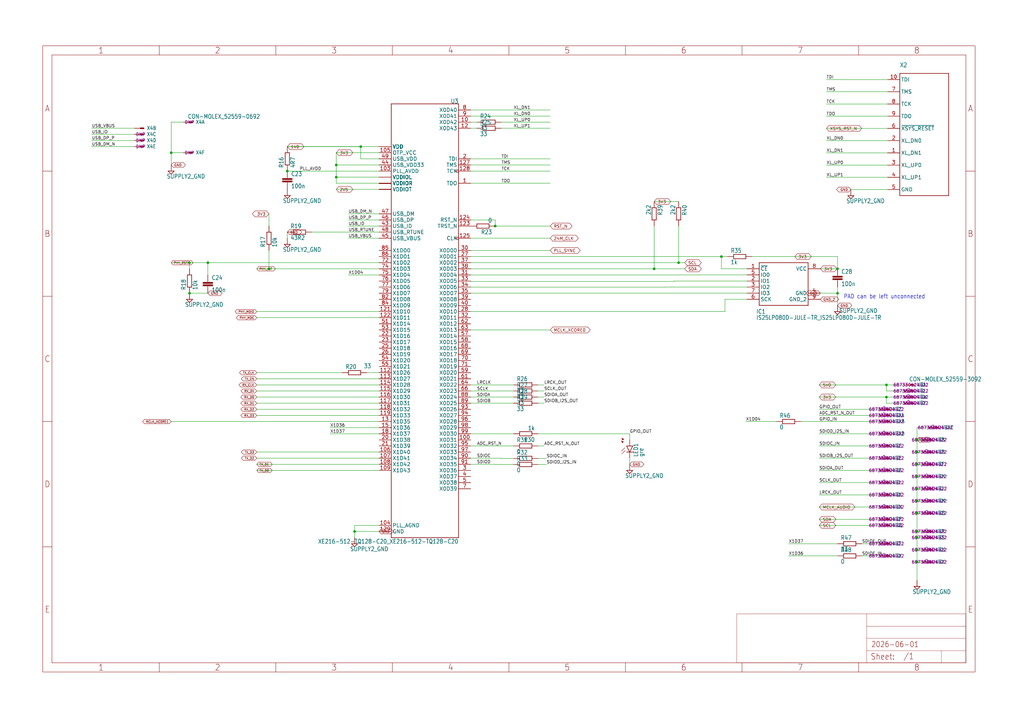
<source format=kicad_sch>
(kicad_sch (version 20250114) (generator "eeschema") (generator_version "9.0")
  (paper "User" 425.45 298.577)
  (text "PAD can be left unconnected" (at 350.52 124.46 0) (effects (font (size 1.778 1.5113)) (justify left bottom)))
  (junction (at 281.94 109.22))
  (junction (at 381 208.28))
  (junction (at 381 228.6))
  (junction (at 205.74 93.98))
  (junction (at 368.3 165.1))
  (junction (at 299.74 106.68))
  (junction (at 347.98 111.76))
  (junction (at 111.76 111.76))
  (junction (at 381 198.12))
  (junction (at 381 223.52))
  (junction (at 381 182.88))
  (junction (at 368.3 160.02))
  (junction (at 78.74 121.92))
  (junction (at 119.38 71.12))
  (junction (at 271.78 111.76))
  (junction (at 381 233.68))
  (junction (at 381 220.98))
  (junction (at 139.7 73.66))
  (junction (at 381 193.04))
  (junction (at 381 187.96))
  (junction (at 71.12 63.5))
  (junction (at 381 213.36))
  (junction (at 78.74 109.22))
  (junction (at 147.32 220.98))
  (junction (at 347.98 121.92))
  (junction (at 86.36 109.22))
  (junction (at 149.86 60.96))
  (junction (at 381 203.2))
  (junction (at 139.7 68.58))
  (wire (pts (xy 86.36 109.22) (xy 157.48 109.22)) (stroke (width 0.1524)))
  (wire (pts (xy 157.48 220.98) (xy 147.32 220.98)) (stroke (width 0.1524)))
  (wire (pts (xy 195.58 190.5) (xy 208.28 190.5)) (stroke (width 0.1524)))
  (wire (pts (xy 198.12 53.34) (xy 195.58 53.34)) (stroke (width 0.1524)))
  (wire (pts (xy 223.52 167.64) (xy 226.06 167.64)) (stroke (width 0.1524)))
  (wire (pts (xy 365.76 205.74) (xy 340.36 205.74)) (stroke (width 0.1524)))
  (wire (pts (xy 347.98 231.14) (xy 327.66 231.14)) (stroke (width 0.1524)))
  (wire (pts (xy 299.74 111.74) (xy 299.74 106.68)) (stroke (width 0.1524)))
  (wire (pts (xy 383.54 182.88) (xy 381 182.88)) (stroke (width 0.1524)))
  (wire (pts (xy 383.54 220.98) (xy 381 220.98)) (stroke (width 0.1524)))
  (wire (pts (xy 365.76 200.66) (xy 340.36 200.66)) (stroke (width 0.1524)))
  (wire (pts (xy 281.94 109.22) (xy 195.58 109.22)) (stroke (width 0.1524)))
  (wire (pts (xy 106.68 193.04) (xy 157.48 193.04)) (stroke (width 0.1524)))
  (wire (pts (xy 223.52 165.1) (xy 226.06 165.1)) (stroke (width 0.1524)))
  (wire (pts (xy 223.52 190.58) (xy 227.06 190.58)) (stroke (width 0.1524)))
  (wire (pts (xy 353.52 78.8) (xy 368.76 78.8)) (stroke (width 0.1524)))
  (wire (pts (xy 365.76 175.26) (xy 332.74 175.26)) (stroke (width 0.1524)))
  (wire (pts (xy 71.12 50.8) (xy 76.2 50.8)) (stroke (width 0.1524)))
  (wire (pts (xy 111.76 111.76) (xy 111.76 104.14)) (stroke (width 0.1524)))
  (wire (pts (xy 383.54 223.52) (xy 381 223.52)) (stroke (width 0.1524)))
  (wire (pts (xy 368.3 165.1) (xy 375.92 165.1)) (stroke (width 0.1524)))
  (wire (pts (xy 205.74 193.12) (xy 213.36 193.12)) (stroke (width 0.1524)))
  (wire (pts (xy 139.7 68.58) (xy 139.7 73.66)) (stroke (width 0.1524)))
  (wire (pts (xy 340.36 218.44) (xy 365.76 218.44)) (stroke (width 0.1524)))
  (wire (pts (xy 342.9 111.74) (xy 347.98 111.76)) (stroke (width 0.1524)))
  (wire (pts (xy 157.48 177.8) (xy 137.16 177.8)) (stroke (width 0.1524)))
  (wire (pts (xy 299.74 106.68) (xy 302.26 106.68)) (stroke (width 0.1524)))
  (wire (pts (xy 195.58 165.1) (xy 213.36 165.1)) (stroke (width 0.1524)))
  (wire (pts (xy 157.48 99.06) (xy 144.78 99.06)) (stroke (width 0.1524)))
  (wire (pts (xy 383.54 198.12) (xy 381 198.12)) (stroke (width 0.1524)))
  (wire (pts (xy 375.92 162.56) (xy 368.3 162.56)) (stroke (width 0.1524)))
  (wire (pts (xy 368.76 73.72) (xy 343.36 73.72)) (stroke (width 0.1524)))
  (wire (pts (xy 228.6 71.12) (xy 195.58 71.12)) (stroke (width 0.1524)))
  (wire (pts (xy 157.48 93.98) (xy 144.78 93.98)) (stroke (width 0.1524)))
  (wire (pts (xy 157.48 91.44) (xy 144.78 91.44)) (stroke (width 0.1524)))
  (wire (pts (xy 383.54 203.2) (xy 381 203.2)) (stroke (width 0.1524)))
  (wire (pts (xy 281.94 109.22) (xy 284.48 109.22)) (stroke (width 0.1524)))
  (wire (pts (xy 195.58 119.4) (xy 195.58 119.38)) (stroke (width 0.1524)))
  (wire (pts (xy 281.9 114.28) (xy 281.9 114.3)) (stroke (width 0.1524)))
  (wire (pts (xy 279.9 117) (xy 195.58 117)) (stroke (width 0.1524)))
  (wire (pts (xy 228.6 93.98) (xy 205.74 93.98)) (stroke (width 0.1524)))
  (wire (pts (xy 228.6 104.14) (xy 195.58 104.14)) (stroke (width 0.1524)))
  (wire (pts (xy 205.74 193.04) (xy 205.74 193.12)) (stroke (width 0.1524)))
  (wire (pts (xy 106.68 167.64) (xy 157.48 167.64)) (stroke (width 0.1524)))
  (wire (pts (xy 147.32 220.98) (xy 147.32 223.52)) (stroke (width 0.1524)))
  (wire (pts (xy 223.52 160.02) (xy 226.06 160.02)) (stroke (width 0.1524)))
  (wire (pts (xy 149.86 60.96) (xy 119.38 60.96)) (stroke (width 0.2032)))
  (wire (pts (xy 195.58 160.02) (xy 213.36 160.02)) (stroke (width 0.1524)))
  (wire (pts (xy 139.7 76.2) (xy 157.48 76.2)) (stroke (width 0.1524)))
  (wire (pts (xy 76.2 63.5) (xy 71.12 63.5)) (stroke (width 0.1524)))
  (wire (pts (xy 368.3 167.64) (xy 375.92 167.64)) (stroke (width 0.1524)))
  (wire (pts (xy 340.84 121.9) (xy 342.9 121.9)) (stroke (width 0.1524)))
  (wire (pts (xy 301.22 124.44) (xy 310.36 124.44)) (stroke (width 0.1524)))
  (wire (pts (xy 195.58 162.56) (xy 213.36 162.56)) (stroke (width 0.1524)))
  (wire (pts (xy 71.12 63.5) (xy 71.12 50.8)) (stroke (width 0.1524)))
  (wire (pts (xy 139.7 73.66) (xy 139.7 76.2)) (stroke (width 0.1524)))
  (wire (pts (xy 78.74 109.22) (xy 78.74 111.76)) (stroke (width 0.1524)))
  (wire (pts (xy 205.74 91.44) (xy 205.74 93.98)) (stroke (width 0.1524)))
  (wire (pts (xy 195.58 106.68) (xy 299.74 106.68)) (stroke (width 0.1524)))
  (wire (pts (xy 147.32 218.44) (xy 147.32 220.98)) (stroke (width 0.1524)))
  (wire (pts (xy 386.08 177.8) (xy 381 177.8)) (stroke (width 0.1524)))
  (wire (pts (xy 347.98 127) (xy 347.98 121.92)) (stroke (width 0.1524)))
  (wire (pts (xy 157.48 63.5) (xy 139.7 63.5)) (stroke (width 0.1524)))
  (wire (pts (xy 381 208.28) (xy 381 213.36)) (stroke (width 0.1524)))
  (wire (pts (xy 157.48 190.5) (xy 106.68 190.5)) (stroke (width 0.1524)))
  (wire (pts (xy 310.36 116.82) (xy 279.9 116.82)) (stroke (width 0.1524)))
  (wire (pts (xy 383.54 193.04) (xy 381 193.04)) (stroke (width 0.1524)))
  (wire (pts (xy 157.48 218.44) (xy 147.32 218.44)) (stroke (width 0.1524)))
  (wire (pts (xy 157.48 88.9) (xy 144.78 88.9)) (stroke (width 0.1524)))
  (wire (pts (xy 55.88 55.88) (xy 38.1 55.88)) (stroke (width 0.1524)))
  (wire (pts (xy 157.48 111.76) (xy 111.76 111.76)) (stroke (width 0.1524)))
  (wire (pts (xy 279.9 116.82) (xy 279.9 117)) (stroke (width 0.1524)))
  (wire (pts (xy 71.12 68.58) (xy 71.12 63.5)) (stroke (width 0.1524)))
  (wire (pts (xy 343.36 53.4) (xy 368.76 53.4)) (stroke (width 0.1524)))
  (wire (pts (xy 129.54 96.52) (xy 157.48 96.52)) (stroke (width 0.1524)))
  (wire (pts (xy 157.48 60.96) (xy 149.86 60.96)) (stroke (width 0.1524)))
  (wire (pts (xy 340.84 111.74) (xy 342.9 111.74)) (stroke (width 0.1524)))
  (wire (pts (xy 106.68 129.54) (xy 157.48 129.54)) (stroke (width 0.1524)))
  (wire (pts (xy 195.58 91.44) (xy 205.74 91.44)) (stroke (width 0.1524)))
  (wire (pts (xy 343.36 63.56) (xy 368.76 63.56)) (stroke (width 0.1524)))
  (wire (pts (xy 368.3 165.1) (xy 368.3 167.64)) (stroke (width 0.1524)))
  (wire (pts (xy 157.48 180.34) (xy 137.16 180.34)) (stroke (width 0.1524)))
  (wire (pts (xy 383.54 208.28) (xy 381 208.28)) (stroke (width 0.1524)))
  (wire (pts (xy 381 203.2) (xy 381 208.28)) (stroke (width 0.1524)))
  (wire (pts (xy 276.46 119.4) (xy 195.58 119.4)) (stroke (width 0.1524)))
  (wire (pts (xy 381 228.6) (xy 381 233.68)) (stroke (width 0.1524)))
  (wire (pts (xy 106.68 172.72) (xy 157.48 172.72)) (stroke (width 0.1524)))
  (wire (pts (xy 195.58 76.2) (xy 228.6 76.2)) (stroke (width 0.1524)))
  (wire (pts (xy 157.48 66.04) (xy 149.86 66.04)) (stroke (width 0.1524)))
  (wire (pts (xy 195.58 137.16) (xy 228.6 137.16)) (stroke (width 0.1524)))
  (wire (pts (xy 271.78 83.82) (xy 281.94 83.82)) (stroke (width 0.1524)))
  (wire (pts (xy 157.48 71.12) (xy 119.38 71.12)) (stroke (width 0.1524)))
  (wire (pts (xy 365.76 195.58) (xy 340.36 195.58)) (stroke (width 0.1524)))
  (wire (pts (xy 195.58 68.58) (xy 228.6 68.58)) (stroke (width 0.1524)))
  (wire (pts (xy 383.54 233.68) (xy 381 233.68)) (stroke (width 0.1524)))
  (wire (pts (xy 149.86 66.04) (xy 149.86 60.96)) (stroke (width 0.1524)))
  (wire (pts (xy 368.3 160.02) (xy 340.36 160.02)) (stroke (width 0.1524)))
  (wire (pts (xy 365.76 226.06) (xy 358.14 226.06)) (stroke (width 0.1524)))
  (wire (pts (xy 340.36 170.18) (xy 365.76 170.18)) (stroke (width 0.1524)))
  (wire (pts (xy 347.98 226.06) (xy 327.66 226.06)) (stroke (width 0.1524)))
  (wire (pts (xy 157.48 154.94) (xy 152.4 154.94)) (stroke (width 0.1524)))
  (wire (pts (xy 381 193.04) (xy 381 198.12)) (stroke (width 0.1524)))
  (wire (pts (xy 157.48 73.66) (xy 139.7 73.66)) (stroke (width 0.1524)))
  (wire (pts (xy 381 223.52) (xy 381 228.6)) (stroke (width 0.1524)))
  (wire (pts (xy 157.48 114.3) (xy 144.78 114.3)) (stroke (width 0.1524)))
  (wire (pts (xy 368.3 165.1) (xy 340.36 165.1)) (stroke (width 0.1524)))
  (wire (pts (xy 381 182.88) (xy 381 187.96)) (stroke (width 0.1524)))
  (wire (pts (xy 195.58 45.72) (xy 228.6 45.72)) (stroke (width 0.1524)))
  (wire (pts (xy 55.88 58.42) (xy 38.1 58.42)) (stroke (width 0.1524)))
  (wire (pts (xy 381 220.98) (xy 381 223.52)) (stroke (width 0.1524)))
  (wire (pts (xy 271.78 111.76) (xy 284.48 111.76)) (stroke (width 0.1524)))
  (wire (pts (xy 142.24 154.94) (xy 106.68 154.94)) (stroke (width 0.1524)))
  (wire (pts (xy 55.88 60.96) (xy 38.1 60.96)) (stroke (width 0.1524)))
  (wire (pts (xy 195.58 129.54) (xy 301.22 129.54)) (stroke (width 0.1524)))
  (wire (pts (xy 381 198.12) (xy 381 203.2)) (stroke (width 0.1524)))
  (wire (pts (xy 106.68 187.96) (xy 157.48 187.96)) (stroke (width 0.1524)))
  (wire (pts (xy 340.36 215.9) (xy 365.76 215.9)) (stroke (width 0.1524)))
  (wire (pts (xy 157.48 162.56) (xy 106.68 162.56)) (stroke (width 0.1524)))
  (wire (pts (xy 381 213.36) (xy 381 220.98)) (stroke (width 0.1524)))
  (wire (pts (xy 71.12 109.22) (xy 78.74 109.22)) (stroke (width 0.1524)))
  (wire (pts (xy 381 187.96) (xy 381 193.04)) (stroke (width 0.1524)))
  (wire (pts (xy 195.58 180.34) (xy 213.36 180.34)) (stroke (width 0.1524)))
  (wire (pts (xy 157.48 195.58) (xy 106.68 195.58)) (stroke (width 0.1524)))
  (wire (pts (xy 157.48 78.74) (xy 139.7 78.74)) (stroke (width 0.1524)))
  (wire (pts (xy 383.54 187.96) (xy 381 187.96)) (stroke (width 0.1524)))
  (wire (pts (xy 271.78 93.98) (xy 271.78 111.76)) (stroke (width 0.1524)))
  (wire (pts (xy 383.54 213.36) (xy 381 213.36)) (stroke (width 0.1524)))
  (wire (pts (xy 119.38 96.52) (xy 119.38 99.06)) (stroke (width 0.1524)))
  (wire (pts (xy 312.42 106.68) (xy 347.98 106.68)) (stroke (width 0.1524)))
  (wire (pts (xy 195.58 99.06) (xy 228.6 99.06)) (stroke (width 0.1524)))
  (wire (pts (xy 86.36 121.92) (xy 78.74 121.92)) (stroke (width 0.1524)))
  (wire (pts (xy 347.98 121.92) (xy 347.98 119.38)) (stroke (width 0.1524)))
  (wire (pts (xy 281.9 114.3) (xy 195.58 114.3)) (stroke (width 0.1524)))
  (wire (pts (xy 86.36 114.3) (xy 86.36 109.22)) (stroke (width 0.1524)))
  (wire (pts (xy 223.52 185.42) (xy 226.06 185.42)) (stroke (width 0.1524)))
  (wire (pts (xy 106.68 170.18) (xy 157.48 170.18)) (stroke (width 0.1524)))
  (wire (pts (xy 365.76 180.34) (xy 340.36 180.34)) (stroke (width 0.1524)))
  (wire (pts (xy 106.68 157.48) (xy 157.48 157.48)) (stroke (width 0.1524)))
  (wire (pts (xy 347.98 111.76) (xy 347.98 106.68)) (stroke (width 0.1524)))
  (wire (pts (xy 381 233.68) (xy 381 241.3)) (stroke (width 0.1524)))
  (wire (pts (xy 198.12 50.8) (xy 195.58 50.8)) (stroke (width 0.1524)))
  (wire (pts (xy 365.76 185.42) (xy 340.36 185.42)) (stroke (width 0.1524)))
  (wire (pts (xy 271.78 111.76) (xy 195.58 111.76)) (stroke (width 0.1524)))
  (wire (pts (xy 368.76 43.24) (xy 343.36 43.24)) (stroke (width 0.1524)))
  (wire (pts (xy 106.68 165.1) (xy 157.48 165.1)) (stroke (width 0.1524)))
  (wire (pts (xy 157.48 175.26) (xy 71.12 175.26)) (stroke (width 0.1524)))
  (wire (pts (xy 365.76 172.72) (xy 340.36 172.72)) (stroke (width 0.1524)))
  (wire (pts (xy 157.48 68.58) (xy 139.7 68.58)) (stroke (width 0.1524)))
  (wire (pts (xy 139.7 63.5) (xy 139.7 68.58)) (stroke (width 0.1524)))
  (wire (pts (xy 208.28 190.5) (xy 208.28 190.58)) (stroke (width 0.1524)))
  (wire (pts (xy 106.68 132.08) (xy 157.48 132.08)) (stroke (width 0.1524)))
  (wire (pts (xy 343.36 68.64) (xy 368.76 68.64)) (stroke (width 0.1524)))
  (wire (pts (xy 375.92 160.02) (xy 368.3 160.02)) (stroke (width 0.1524)))
  (wire (pts (xy 195.58 121.9) (xy 195.58 121.92)) (stroke (width 0.1524)))
  (wire (pts (xy 343.36 38.16) (xy 368.76 38.16)) (stroke (width 0.1524)))
  (wire (pts (xy 111.76 93.98) (xy 111.76 88.9)) (stroke (width 0.1524)))
  (wire (pts (xy 106.68 160.02) (xy 157.48 160.02)) (stroke (width 0.1524)))
  (wire (pts (xy 281.94 93.98) (xy 281.94 109.22)) (stroke (width 0.1524)))
  (wire (pts (xy 368.76 58.48) (xy 343.36 58.48)) (stroke (width 0.1524)))
  (wire (pts (xy 310.36 111.74) (xy 299.74 111.74)) (stroke (width 0.1524)))
  (wire (pts (xy 195.58 193.04) (xy 205.74 193.04)) (stroke (width 0.1524)))
  (wire (pts (xy 301.22 129.54) (xy 301.22 124.44)) (stroke (width 0.1524)))
  (wire (pts (xy 310.36 119.36) (xy 279 119.36)) (stroke (width 0.1524)))
  (wire (pts (xy 208.28 190.58) (xy 213.36 190.58)) (stroke (width 0.1524)))
  (wire (pts (xy 368.76 48.32) (xy 343.36 48.32)) (stroke (width 0.1524)))
  (wire (pts (xy 365.76 190.5) (xy 340.36 190.5)) (stroke (width 0.1524)))
  (wire (pts (xy 195.58 185.42) (xy 213.36 185.42)) (stroke (width 0.1524)))
  (wire (pts (xy 322.58 175.26) (xy 309.88 175.26)) (stroke (width 0.1524)))
  (wire (pts (xy 228.6 48.26) (xy 195.58 48.26)) (stroke (width 0.1524)))
  (wire (pts (xy 208.28 50.8) (xy 228.6 50.8)) (stroke (width 0.1524)))
  (wire (pts (xy 78.74 109.22) (xy 86.36 109.22)) (stroke (width 0.1524)))
  (wire (pts (xy 383.54 228.6) (xy 381 228.6)) (stroke (width 0.1524)))
  (wire (pts (xy 279 119.36) (xy 276.46 119.4)) (stroke (width 0.1524)))
  (wire (pts (xy 195.58 167.64) (xy 213.36 167.64)) (stroke (width 0.1524)))
  (wire (pts (xy 228.6 53.34) (xy 208.28 53.34)) (stroke (width 0.1524)))
  (wire (pts (xy 223.52 162.56) (xy 226.06 162.56)) (stroke (width 0.1524)))
  (wire (pts (xy 261.62 193.04) (xy 261.62 190.5)) (stroke (width 0.1524)))
  (wire (pts (xy 310.36 121.9) (xy 195.58 121.9)) (stroke (width 0.1524)))
  (wire (pts (xy 358.14 231.14) (xy 365.76 231.14)) (stroke (width 0.1524)))
  (wire (pts (xy 368.3 162.56) (xy 368.3 160.02)) (stroke (width 0.1524)))
  (wire (pts (xy 261.62 182.88) (xy 261.62 180.34)) (stroke (width 0.1524)))
  (wire (pts (xy 342.9 121.92) (xy 347.98 121.92)) (stroke (width 0.1524)))
  (wire (pts (xy 228.6 66.04) (xy 195.58 66.04)) (stroke (width 0.1524)))
  (wire (pts (xy 310.36 114.28) (xy 281.9 114.28)) (stroke (width 0.1524)))
  (wire (pts (xy 106.68 111.76) (xy 111.76 111.76)) (stroke (width 0.1524)))
  (wire (pts (xy 195.58 117) (xy 195.58 116.84)) (stroke (width 0.1524)))
  (wire (pts (xy 340.36 210.82) (xy 365.76 210.82)) (stroke (width 0.1524)))
  (wire (pts (xy 223.52 180.34) (xy 261.62 180.34)) (stroke (width 0.1524)))
  (wire (pts (xy 223.52 193.12) (xy 227.06 193.12)) (stroke (width 0.1524)))
  (wire (pts (xy 368.76 33.08) (xy 343.36 33.08)) (stroke (width 0.1524)))
  (wire (pts (xy 381 177.8) (xy 381 182.88)) (stroke (width 0.1524)))
  (wire (pts (xy 55.88 53.34) (xy 38.1 53.34)) (stroke (width 0.1524)))
  (label "SCLK_OUT" (at 226.06 162.56 0) (effects (font (size 1.2446 1.2446))))
  (label "TMS" (at 208.28 68.58 0) (effects (font (size 1.2446 1.2446))))
  (label "SDIOE_OUT" (at 358.14 226.06 0) (effects (font (size 1.2446 1.2446))))
  (label "USB_VBUS" (at 144.78 99.06 0) (effects (font (size 1.2446 1.2446))))
  (label "X1D04" (at 309.88 175.26 0) (effects (font (size 1.2446 1.2446))))
  (label "SCLK_OUT" (at 340.36 200.66 0) (effects (font (size 1.2446 1.2446))))
  (label "SDIOA_OUT" (at 226.06 165.1 0) (effects (font (size 1.2446 1.2446))))
  (label "X1D37" (at 137.16 180.34 0) (effects (font (size 1.2446 1.2446))))
  (label "X1D36" (at 327.66 231.14 0) (effects (font (size 1.2446 1.2446))))
  (label "ADC_RST_N_OUT" (at 226.06 185.42 0) (effects (font (size 1.2446 1.2446))))
  (label "SDIOD_I2S_IN" (at 227.06 193.12 0) (effects (font (size 1.2446 1.2446))))
  (label "XL_DN1" (at 213.36 45.72 0) (effects (font (size 1.2446 1.2446))))
  (label "ADC_RST_N" (at 198.12 185.42 0) (effects (font (size 1.2446 1.2446))))
  (label "LRCLK" (at 198.12 160.02 0) (effects (font (size 1.2446 1.2446))))
  (label "SDIOA_OUT" (at 340.36 195.58 0) (effects (font (size 1.2446 1.2446))))
  (label "XL_DN0" (at 343.36 58.48 0) (effects (font (size 1.2446 1.2446))))
  (label "XL_UP0" (at 213.36 50.8 0) (effects (font (size 1.2446 1.2446))))
  (label "SDIOC" (at 198.12 190.5 0) (effects (font (size 1.2446 1.2446))))
  (label "ADC_RST_N_OUT" (at 340.36 172.72 0) (effects (font (size 1.2446 1.2446))))
  (label "TDI" (at 343.36 33.08 0) (effects (font (size 1.2446 1.2446))))
  (label "USB_ID" (at 144.78 93.98 0) (effects (font (size 1.2446 1.2446))))
  (label "XL_UP1" (at 213.36 53.34 0) (effects (font (size 1.2446 1.2446))))
  (label "TDI" (at 208.28 66.04 0) (effects (font (size 1.2446 1.2446))))
  (label "LRCK_OUT" (at 226.06 160.02 0) (effects (font (size 1.2446 1.2446))))
  (label "USB_DM_N" (at 38.1 60.96 0) (effects (font (size 1.2446 1.2446))))
  (label "SDIOA" (at 198.12 165.1 0) (effects (font (size 1.2446 1.2446))))
  (label "SDIOD" (at 198.12 193.04 0) (effects (font (size 1.2446 1.2446))))
  (label "SDIOC_IN" (at 340.36 185.42 0) (effects (font (size 1.2446 1.2446))))
  (label "GPIO_IN" (at 340.36 175.26 0) (effects (font (size 1.2446 1.2446))))
  (label "X1D37" (at 327.66 226.06 0) (effects (font (size 1.2446 1.2446))))
  (label "SDIOF_IN" (at 358.14 231.14 0) (effects (font (size 1.2446 1.2446))))
  (label "SCLK" (at 198.12 162.56 0) (effects (font (size 1.2446 1.2446))))
  (label "USB_RTUNE" (at 144.78 96.52 0) (effects (font (size 1.2446 1.2446))))
  (label "TCK" (at 208.28 71.12 0) (effects (font (size 1.2446 1.2446))))
  (label "TMS" (at 343.36 38.16 0) (effects (font (size 1.2446 1.2446))))
  (label "SDIOB" (at 198.12 167.64 0) (effects (font (size 1.2446 1.2446))))
  (label "GPIO_OUT" (at 261.62 180.34 0) (effects (font (size 1.2446 1.2446))))
  (label "PLL_AVDD" (at 124.46 71.12 0) (effects (font (size 1.2446 1.2446))))
  (label "GPIO_OUT" (at 340.36 170.18 0) (effects (font (size 1.2446 1.2446))))
  (label "USB_DM_N" (at 144.78 88.9 0) (effects (font (size 1.2446 1.2446))))
  (label "TDO" (at 343.36 48.32 0) (effects (font (size 1.2446 1.2446))))
  (label "TDO" (at 208.28 76.2 0) (effects (font (size 1.2446 1.2446))))
  (label "X1D36" (at 137.16 177.8 0) (effects (font (size 1.2446 1.2446))))
  (label "TCK" (at 343.36 43.24 0) (effects (font (size 1.2446 1.2446))))
  (label "USB_VBUS" (at 38.1 53.34 0) (effects (font (size 1.2446 1.2446))))
  (label "USB_ID" (at 38.1 55.88 0) (effects (font (size 1.2446 1.2446))))
  (label "XL_DN0" (at 213.36 48.26 0) (effects (font (size 1.2446 1.2446))))
  (label "USB_DP_P" (at 144.78 91.44 0) (effects (font (size 1.2446 1.2446))))
  (label "XL_UP0" (at 343.36 68.64 0) (effects (font (size 1.2446 1.2446))))
  (label "SDIOD_I2S_IN" (at 340.36 180.34 0) (effects (font (size 1.2446 1.2446))))
  (label "USB_DP_P" (at 38.1 58.42 0) (effects (font (size 1.2446 1.2446))))
  (label "X1D04" (at 144.78 114.3 0) (effects (font (size 1.2446 1.2446))))
  (label "SDIOC_IN" (at 227.06 190.58 0) (effects (font (size 1.2446 1.2446))))
  (label "SDIOB_I2S_OUT" (at 340.36 190.5 0) (effects (font (size 1.2446 1.2446))))
  (label "SDIOB_I2S_OUT" (at 226.06 167.64 0) (effects (font (size 1.2446 1.2446))))
  (label "XL_UP1" (at 343.36 73.72 0) (effects (font (size 1.2446 1.2446))))
  (label "LRCK_OUT" (at 340.36 205.74 0) (effects (font (size 1.2446 1.2446))))
  (label "XL_DN1" (at 343.36 63.56 0) (effects (font (size 1.2446 1.2446))))
  (global_label "3V3" (shape bidirectional) (at 340.84 111.74 0) (effects (font (size 1.2446 1.2446))) (property "Intersheetrefs" "${INTERSHEET_REFS}" (effects (hide yes))))
  (global_label "XSYS_RST_N" (shape bidirectional) (at 343.36 53.4 0) (effects (font (size 1.2446 1.2446))) (property "Intersheetrefs" "${INTERSHEET_REFS}" (effects (hide yes))))
  (global_label "SDA" (shape bidirectional) (at 284.48 111.76 0) (effects (font (size 1.2446 1.2446))) (property "Intersheetrefs" "${INTERSHEET_REFS}" (effects (hide yes))))
  (global_label "TX_D3" (shape bidirectional) (at 106.68 187.96 180) (effects (font (size 0.889 0.889))) (property "Intersheetrefs" "${INTERSHEET_REFS}" (effects (hide yes))))
  (global_label "TX_D0" (shape bidirectional) (at 106.68 195.58 0) (effects (font (size 0.889 0.889))) (property "Intersheetrefs" "${INTERSHEET_REFS}" (effects (hide yes))))
  (global_label "2V5" (shape bidirectional) (at 139.7 78.74 0) (effects (font (size 1.2446 1.2446))) (property "Intersheetrefs" "${INTERSHEET_REFS}" (effects (hide yes))))
  (global_label "1V0" (shape bidirectional) (at 119.38 60.96 0) (effects (font (size 1.2446 1.2446))) (property "Intersheetrefs" "${INTERSHEET_REFS}" (effects (hide yes))))
  (global_label "3V3" (shape bidirectional) (at 111.76 88.9 180) (effects (font (size 1.2446 1.2446))) (property "Intersheetrefs" "${INTERSHEET_REFS}" (effects (hide yes))))
  (global_label "GND_2" (shape bidirectional) (at 340.84 124.44 0) (effects (font (size 1.016 1.016))) (property "Intersheetrefs" "${INTERSHEET_REFS}" (effects (hide yes))))
  (global_label "TX_D2" (shape bidirectional) (at 106.68 190.5 180) (effects (font (size 0.889 0.889))) (property "Intersheetrefs" "${INTERSHEET_REFS}" (effects (hide yes))))
  (global_label "GND" (shape bidirectional) (at 157.48 220.98 0) (effects (font (size 1.016 1.016))) (property "Intersheetrefs" "${INTERSHEET_REFS}" (effects (hide yes))))
  (global_label "3V3" (shape bidirectional) (at 330.2 106.68 0) (effects (font (size 1.2446 1.2446))) (property "Intersheetrefs" "${INTERSHEET_REFS}" (effects (hide yes))))
  (global_label "SCL" (shape bidirectional) (at 340.36 218.44 0) (effects (font (size 1.2446 1.2446))) (property "Intersheetrefs" "${INTERSHEET_REFS}" (effects (hide yes))))
  (global_label "TX_CLK" (shape bidirectional) (at 106.68 154.94 180) (effects (font (size 0.889 0.889))) (property "Intersheetrefs" "${INTERSHEET_REFS}" (effects (hide yes))))
  (global_label "RX_CLK" (shape bidirectional) (at 106.68 160.02 180) (effects (font (size 0.889 0.889))) (property "Intersheetrefs" "${INTERSHEET_REFS}" (effects (hide yes))))
  (global_label "GND" (shape bidirectional) (at 71.12 68.58 0) (effects (font (size 1.016 1.016))) (property "Intersheetrefs" "${INTERSHEET_REFS}" (effects (hide yes))))
  (global_label "MCLK_XCORE0" (shape bidirectional) (at 228.6 137.16 0) (effects (font (size 1.2446 1.2446))) (property "Intersheetrefs" "${INTERSHEET_REFS}" (effects (hide yes))))
  (global_label "GND" (shape bidirectional) (at 353.52 78.8 180) (effects (font (size 1.016 1.016))) (property "Intersheetrefs" "${INTERSHEET_REFS}" (effects (hide yes))))
  (global_label "RX_D2" (shape bidirectional) (at 106.68 170.18 180) (effects (font (size 0.889 0.889))) (property "Intersheetrefs" "${INTERSHEET_REFS}" (effects (hide yes))))
  (global_label "GND" (shape bidirectional) (at 381 182.88 0) (effects (font (size 1.016 1.016))) (property "Intersheetrefs" "${INTERSHEET_REFS}" (effects (hide yes))))
  (global_label "PHY_MDC" (shape bidirectional) (at 106.68 132.08 180) (effects (font (size 0.889 0.889))) (property "Intersheetrefs" "${INTERSHEET_REFS}" (effects (hide yes))))
  (global_label "3V3" (shape bidirectional) (at 340.36 165.1 0) (effects (font (size 1.2446 1.2446))) (property "Intersheetrefs" "${INTERSHEET_REFS}" (effects (hide yes))))
  (global_label "3V3" (shape bidirectional) (at 271.78 83.82 0) (effects (font (size 1.2446 1.2446))) (property "Intersheetrefs" "${INTERSHEET_REFS}" (effects (hide yes))))
  (global_label "TX_D1" (shape bidirectional) (at 106.68 193.04 0) (effects (font (size 0.889 0.889))) (property "Intersheetrefs" "${INTERSHEET_REFS}" (effects (hide yes))))
  (global_label "RX_DV" (shape bidirectional) (at 106.68 162.56 180) (effects (font (size 0.889 0.889))) (property "Intersheetrefs" "${INTERSHEET_REFS}" (effects (hide yes))))
  (global_label "RX_D1" (shape bidirectional) (at 106.68 167.64 180) (effects (font (size 0.889 0.889))) (property "Intersheetrefs" "${INTERSHEET_REFS}" (effects (hide yes))))
  (global_label "RX_D0" (shape bidirectional) (at 106.68 165.1 180) (effects (font (size 0.889 0.889))) (property "Intersheetrefs" "${INTERSHEET_REFS}" (effects (hide yes))))
  (global_label "RX_D3" (shape bidirectional) (at 106.68 172.72 180) (effects (font (size 0.889 0.889))) (property "Intersheetrefs" "${INTERSHEET_REFS}" (effects (hide yes))))
  (global_label "GND" (shape bidirectional) (at 340.84 121.9 180) (effects (font (size 1.016 1.016))) (property "Intersheetrefs" "${INTERSHEET_REFS}" (effects (hide yes))))
  (global_label "SCL" (shape bidirectional) (at 284.48 109.22 0) (effects (font (size 1.2446 1.2446))) (property "Intersheetrefs" "${INTERSHEET_REFS}" (effects (hide yes))))
  (global_label "GND" (shape bidirectional) (at 261.62 193.04 0) (effects (font (size 1.016 1.016))) (property "Intersheetrefs" "${INTERSHEET_REFS}" (effects (hide yes))))
  (global_label "GND" (shape bidirectional) (at 86.36 121.92 0) (effects (font (size 1.016 1.016))) (property "Intersheetrefs" "${INTERSHEET_REFS}" (effects (hide yes))))
  (global_label "MCLK_AUDIO" (shape bidirectional) (at 340.36 210.82 0) (effects (font (size 1.2446 1.2446))) (property "Intersheetrefs" "${INTERSHEET_REFS}" (effects (hide yes))))
  (global_label "3V3" (shape bidirectional) (at 139.7 63.5 0) (effects (font (size 1.2446 1.2446))) (property "Intersheetrefs" "${INTERSHEET_REFS}" (effects (hide yes))))
  (global_label "PHY_RSTN" (shape bidirectional) (at 71.12 109.22 0) (effects (font (size 0.889 0.889))) (property "Intersheetrefs" "${INTERSHEET_REFS}" (effects (hide yes))))
  (global_label "GND" (shape bidirectional) (at 119.38 96.52 0) (effects (font (size 1.016 1.016))) (property "Intersheetrefs" "${INTERSHEET_REFS}" (effects (hide yes))))
  (global_label "RST_N" (shape bidirectional) (at 228.6 93.98 0) (effects (font (size 1.2446 1.2446))) (property "Intersheetrefs" "${INTERSHEET_REFS}" (effects (hide yes))))
  (global_label "PHY_MDIO" (shape bidirectional) (at 106.68 129.54 180) (effects (font (size 0.889 0.889))) (property "Intersheetrefs" "${INTERSHEET_REFS}" (effects (hide yes))))
  (global_label "PLL_SYNC" (shape bidirectional) (at 228.6 104.14 0) (effects (font (size 1.2446 1.2446))) (property "Intersheetrefs" "${INTERSHEET_REFS}" (effects (hide yes))))
  (global_label "MCLK_XCORE1" (shape bidirectional) (at 71.12 175.26 180) (effects (font (size 0.889 0.889))) (property "Intersheetrefs" "${INTERSHEET_REFS}" (effects (hide yes))))
  (global_label "SDA" (shape bidirectional) (at 340.36 215.9 0) (effects (font (size 1.2446 1.2446))) (property "Intersheetrefs" "${INTERSHEET_REFS}" (effects (hide yes))))
  (global_label "PHY_INT" (shape bidirectional) (at 106.68 111.76 0) (effects (font (size 0.889 0.889))) (property "Intersheetrefs" "${INTERSHEET_REFS}" (effects (hide yes))))
  (global_label "GND" (shape bidirectional) (at 347.98 127 0) (effects (font (size 1.016 1.016))) (property "Intersheetrefs" "${INTERSHEET_REFS}" (effects (hide yes))))
  (global_label "24M_CLK" (shape bidirectional) (at 228.6 99.06 0) (effects (font (size 1.2446 1.2446))) (property "Intersheetrefs" "${INTERSHEET_REFS}" (effects (hide yes))))
  (global_label "TX_EN" (shape bidirectional) (at 106.68 157.48 180) (effects (font (size 0.889 0.889))) (property "Intersheetrefs" "${INTERSHEET_REFS}" (effects (hide yes))))
  (global_label "5V0" (shape bidirectional) (at 340.36 160.02 0) (effects (font (size 1.2446 1.2446))) (property "Intersheetrefs" "${INTERSHEET_REFS}" (effects (hide yes))))
  (symbol (lib_id "xmos_avb_brd_V4-eagle-import:xmos_avb_brd_V4_SUPPLY2_GND") (at 119.38 101.6 0) (unit 1)
    (property "Reference" "#SUPPLY24" (effects (hide yes)))
    (property "Value" "SUPPLY2_GND" (at 117.475 104.775 0) (effects (font (size 1.778 1.5113)) (justify left bottom)))
  )
  (symbol (lib_id "xmos_avb_brd_V4-eagle-import:xmos_avb_brd_V4_RCL_C-EUC0402") (at 86.36 116.84 0) (unit 1)
    (property "Reference" "C24" (at 87.884 116.459 0) (effects (font (size 1.778 1.5113)) (justify left bottom)))
    (property "Value" "100n" (at 87.884 121.539 0) (effects (font (size 1.778 1.5113)) (justify left bottom)))
    (property "Footprint" "xmos_avb_brd_V4:RCL_C0402" (effects (hide yes)))
  )
  (symbol (lib_id "xmos_avb_brd_V4-eagle-import:xmos_avb_brd_V4_CON-MOLEX_52559-3092") (at 386.08 193.04 0) (unit 6)
    (property "Reference" "X3" (at 388.62 193.802 0) (effects (font (size 1.524 1.2954)) (justify left bottom)))
    (property "Value" "CON-MOLEX_52559-3092" (effects (hide yes)))
    (property "Footprint" "xmos_avb_brd_V4:CON-MOLEX_52559-3092" (effects (hide yes)))
    (property "MF" "WÜRTH" (at 386.08 193.04 0))
    (property "MPN" "687330124422" (at 386.08 193.04 0))
  )
  (symbol (lib_id "xmos_avb_brd_V4-eagle-import:xmos_avb_brd_V4_SUPPLY2_GND") (at 147.32 226.06 0) (unit 1)
    (property "Reference" "#SUPPLY25" (effects (hide yes)))
    (property "Value" "SUPPLY2_GND" (at 145.415 229.235 0) (effects (font (size 1.778 1.5113)) (justify left bottom)))
  )
  (symbol (lib_id "xmos_avb_brd_V4-eagle-import:xmos_avb_brd_V4_CON-MOLEX_52559-3092") (at 386.08 220.98 0) (unit 18)
    (property "Reference" "X3" (at 388.62 221.742 0) (effects (font (size 1.524 1.2954)) (justify left bottom)))
    (property "Value" "CON-MOLEX_52559-3092" (effects (hide yes)))
    (property "Footprint" "xmos_avb_brd_V4:CON-MOLEX_52559-3092" (effects (hide yes)))
    (property "MF" "WÜRTH" (at 386.08 220.98 0))
    (property "MPN" "687330124422" (at 386.08 220.98 0))
  )
  (symbol (lib_id "xmos_avb_brd_V4-eagle-import:xmos_avb_brd_V4_RCL_R-EU_R0402") (at 200.66 93.98 180) (unit 1)
    (property "Reference" "R23" (at 204.47 95.4786 0) (effects (font (size 1.778 1.5113)) (justify left bottom)))
    (property "Value" "0" (at 204.47 90.678 0) (effects (font (size 1.778 1.5113)) (justify left bottom)))
    (property "Footprint" "xmos_avb_brd_V4:RCL_R0402" (effects (hide yes)))
  )
  (symbol (lib_id "xmos_avb_brd_V4-eagle-import:xmos_avb_brd_V4_CON-MOLEX_52559-3092") (at 386.08 203.2 0) (unit 10)
    (property "Reference" "X3" (at 388.62 203.962 0) (effects (font (size 1.524 1.2954)) (justify left bottom)))
    (property "Value" "CON-MOLEX_52559-3092" (effects (hide yes)))
    (property "Footprint" "xmos_avb_brd_V4:CON-MOLEX_52559-3092" (effects (hide yes)))
    (property "MF" "WÜRTH" (at 386.08 203.2 0))
    (property "MPN" "687330124422" (at 386.08 203.2 0))
  )
  (symbol (lib_id "xmos_avb_brd_V4-eagle-import:xmos_avb_brd_V4_SUPPLY2_GND") (at 78.74 124.46 0) (unit 1)
    (property "Reference" "#SUPPLY23" (effects (hide yes)))
    (property "Value" "SUPPLY2_GND" (at 76.835 127.635 0) (effects (font (size 1.778 1.5113)) (justify left bottom)))
  )
  (symbol (lib_id "xmos_avb_brd_V4-eagle-import:xmos_avb_brd_V4_CON-MOLEX_52559-0692") (at 58.42 58.42 0) (unit 4)
    (property "Reference" "X4" (at 60.96 59.182 0) (effects (font (size 1.524 1.2954)) (justify left bottom)))
    (property "Value" "CON-MOLEX_52559-0692" (effects (hide yes)))
    (property "Footprint" "xmos_avb_brd_V4:CON-MOLEX_52559-0692" (effects (hide yes)))
    (property "DNP" "DNP" (at 58.42 58.42 0))
  )
  (symbol (lib_id "xmos_avb_brd_V4-eagle-import:xmos_avb_brd_V4_CON-MOLEX_52559-3092") (at 386.08 223.52 0) (unit 19)
    (property "Reference" "X3" (at 388.62 224.282 0) (effects (font (size 1.524 1.2954)) (justify left bottom)))
    (property "Value" "CON-MOLEX_52559-3092" (effects (hide yes)))
    (property "Footprint" "xmos_avb_brd_V4:CON-MOLEX_52559-3092" (effects (hide yes)))
    (property "MF" "WÜRTH" (at 386.08 223.52 0))
    (property "MPN" "687330124422" (at 386.08 223.52 0))
  )
  (symbol (lib_id "xmos_avb_brd_V4-eagle-import:xmos_avb_brd_V4_SUPPLY2_GND") (at 347.98 129.54 0) (unit 1)
    (property "Reference" "#SUPPLY35" (effects (hide yes)))
    (property "Value" "SUPPLY2_GND" (at 348.615 130.175 0) (effects (font (size 1.778 1.5113)) (justify left bottom)))
  )
  (symbol (lib_id "xmos_avb_brd_V4-eagle-import:xmos_avb_brd_V4_RCL_R-EU_R0402") (at 78.74 116.84 90) (unit 1)
    (property "Reference" "R18" (at 77.2414 120.65 0) (effects (font (size 1.778 1.5113)) (justify left bottom)))
    (property "Value" "10k" (at 82.042 120.65 0) (effects (font (size 1.778 1.5113)) (justify left bottom)))
    (property "Footprint" "xmos_avb_brd_V4:RCL_R0402" (effects (hide yes)))
  )
  (symbol (lib_id "xmos_avb_brd_V4-eagle-import:xmos_avb_brd_V4_CON-MOLEX_52559-3092") (at 378.46 165.1 0) (unit 23)
    (property "Reference" "X3" (at 381 165.862 0) (effects (font (size 1.524 1.2954)) (justify left bottom)))
    (property "Value" "CON-MOLEX_52559-3092" (effects (hide yes)))
    (property "Footprint" "xmos_avb_brd_V4:CON-MOLEX_52559-3092" (effects (hide yes)))
    (property "MF" "WÜRTH" (at 378.46 165.1 0))
    (property "MPN" "687330124422" (at 378.46 165.1 0))
  )
  (symbol (lib_id "xmos_avb_brd_V4-eagle-import:xmos_avb_brd_V4_XE216-512-TQ128-C20_XE216-512-TQ128-C20") (at 177.8 144.78 0) (mirror y) (unit 1)
    (property "Reference" "U3" (at 190.5195 43.0472 0) (effects (font (size 1.7807 1.5135)) (justify left bottom)))
    (property "Value" "XE216-512-TQ128-C20_XE216-512-TQ128-C20" (at 190.505 226.0919 0) (effects (font (size 1.7787 1.5118)) (justify left bottom)))
    (property "Footprint" "xmos_avb_brd_V4:XE216-512-TQ128-C20_QFP40P1600X1600X120-129N" (effects (hide yes)))
  )
  (symbol (lib_id "xmos_avb_brd_V4-eagle-import:xmos_avb_brd_V4_RCL_R-EU_R0402") (at 218.44 160.02 0) (unit 1)
    (property "Reference" "R26" (at 214.63 158.5214 0) (effects (font (size 1.778 1.5113)) (justify left bottom)))
    (property "Value" "33" (at 214.63 163.322 0) (effects (font (size 1.778 1.5113)) (justify left bottom)))
    (property "Footprint" "xmos_avb_brd_V4:RCL_R0402" (effects (hide yes)))
  )
  (symbol (lib_id "xmos_avb_brd_V4-eagle-import:xmos_avb_brd_V4_RCL_R-EU_R0402") (at 353.06 226.06 0) (unit 1)
    (property "Reference" "R47" (at 349.25 224.5614 0) (effects (font (size 1.778 1.5113)) (justify left bottom)))
    (property "Value" "33" (at 349.25 229.362 0) (effects (font (size 1.778 1.5113)) (justify left bottom)))
    (property "Footprint" "xmos_avb_brd_V4:RCL_R0402" (effects (hide yes)))
  )
  (symbol (lib_id "xmos_avb_brd_V4-eagle-import:xmos_avb_brd_V4_CON-MOLEX_52559-0692") (at 58.42 55.88 0) (unit 3)
    (property "Reference" "X4" (at 60.96 56.642 0) (effects (font (size 1.524 1.2954)) (justify left bottom)))
    (property "Value" "CON-MOLEX_52559-0692" (effects (hide yes)))
    (property "Footprint" "xmos_avb_brd_V4:CON-MOLEX_52559-0692" (effects (hide yes)))
    (property "DNP" "DNP" (at 58.42 55.88 0))
  )
  (symbol (lib_id "xmos_avb_brd_V4-eagle-import:xmos_avb_brd_V4_CON-MOLEX_52559-3092") (at 368.3 172.72 0) (unit 27)
    (property "Reference" "X3" (at 370.84 173.482 0) (effects (font (size 1.524 1.2954)) (justify left bottom)))
    (property "Value" "CON-MOLEX_52559-3092" (effects (hide yes)))
    (property "Footprint" "xmos_avb_brd_V4:CON-MOLEX_52559-3092" (effects (hide yes)))
    (property "MF" "WÜRTH" (at 368.3 172.72 0))
    (property "MPN" "687330124422" (at 368.3 172.72 0))
  )
  (symbol (lib_id "xmos_avb_brd_V4-eagle-import:xmos_avb_brd_V4_CON-MOLEX_52559-3092") (at 378.46 167.64 0) (unit 25)
    (property "Reference" "X3" (at 381 168.402 0) (effects (font (size 1.524 1.2954)) (justify left bottom)))
    (property "Value" "CON-MOLEX_52559-3092" (effects (hide yes)))
    (property "Footprint" "xmos_avb_brd_V4:CON-MOLEX_52559-3092" (effects (hide yes)))
    (property "MF" "WÜRTH" (at 378.46 167.64 0))
    (property "MPN" "687330124422" (at 378.46 167.64 0))
  )
  (symbol (lib_id "xmos_avb_brd_V4-eagle-import:xmos_avb_brd_V4_RCL_R-EU_R0402") (at 271.78 88.9 270) (unit 1)
    (property "Reference" "R39" (at 273.2786 85.09 0) (effects (font (size 1.778 1.5113)) (justify left bottom)))
    (property "Value" "2k2" (at 268.478 85.09 0) (effects (font (size 1.778 1.5113)) (justify left bottom)))
    (property "Footprint" "xmos_avb_brd_V4:RCL_R0402" (effects (hide yes)))
  )
  (symbol (lib_id "xmos_avb_brd_V4-eagle-import:xmos_avb_brd_V4_FRAMES_A3L-LOC") (at 17.78 279.4 0) (unit 1)
    (property "Reference" "#FRAME2" (effects (hide yes)))
    (property "Value" "FRAMES_A3L-LOC" (effects (hide yes)))
  )
  (symbol (lib_id "xmos_avb_brd_V4-eagle-import:xmos_avb_brd_V4_RCL_R-EU_R0402") (at 119.38 66.04 90) (unit 1)
    (property "Reference" "R16" (at 117.8814 69.85 0) (effects (font (size 1.778 1.5113)) (justify left bottom)))
    (property "Value" "4R7" (at 122.682 69.85 0) (effects (font (size 1.778 1.5113)) (justify left bottom)))
    (property "Footprint" "xmos_avb_brd_V4:RCL_R0402" (effects (hide yes)))
  )
  (symbol (lib_id "xmos_avb_brd_V4-eagle-import:xmos_avb_brd_V4_RCL_R-EU_R0402") (at 218.44 165.1 0) (unit 1)
    (property "Reference" "R28" (at 214.63 163.6014 0) (effects (font (size 1.778 1.5113)) (justify left bottom)))
    (property "Value" "33" (at 214.63 168.402 0) (effects (font (size 1.778 1.5113)) (justify left bottom)))
    (property "Footprint" "xmos_avb_brd_V4:RCL_R0402" (effects (hide yes)))
  )
  (symbol (lib_id "xmos_avb_brd_V4-eagle-import:xmos_avb_brd_V4_CON-MOLEX_52559-3092") (at 368.3 180.34 0) (unit 30)
    (property "Reference" "X3" (at 370.84 181.102 0) (effects (font (size 1.524 1.2954)) (justify left bottom)))
    (property "Value" "CON-MOLEX_52559-3092" (effects (hide yes)))
    (property "Footprint" "xmos_avb_brd_V4:CON-MOLEX_52559-3092" (effects (hide yes)))
    (property "MF" "WÜRTH" (at 368.3 180.34 0))
    (property "MPN" "687330124422" (at 368.3 180.34 0))
  )
  (symbol (lib_id "xmos_avb_brd_V4-eagle-import:xmos_avb_brd_V4_SUPPLY2_GND") (at 71.12 71.12 0) (unit 1)
    (property "Reference" "#SUPPLY44" (effects (hide yes)))
    (property "Value" "SUPPLY2_GND" (at 69.215 74.295 0) (effects (font (size 1.778 1.5113)) (justify left bottom)))
  )
  (symbol (lib_id "xmos_avb_brd_V4-eagle-import:xmos_avb_brd_V4_CON-MOLEX_52559-3092") (at 386.08 198.12 0) (unit 8)
    (property "Reference" "X3" (at 388.62 198.882 0) (effects (font (size 1.524 1.2954)) (justify left bottom)))
    (property "Value" "CON-MOLEX_52559-3092" (effects (hide yes)))
    (property "Footprint" "xmos_avb_brd_V4:CON-MOLEX_52559-3092" (effects (hide yes)))
    (property "MF" "WÜRTH" (at 386.08 198.12 0))
    (property "MPN" "687330124422" (at 386.08 198.12 0))
  )
  (symbol (lib_id "xmos_avb_brd_V4-eagle-import:xmos_avb_brd_V4_CON-MOLEX_52559-3092") (at 368.3 226.06 0) (unit 20)
    (property "Reference" "X3" (at 370.84 226.822 0) (effects (font (size 1.524 1.2954)) (justify left bottom)))
    (property "Value" "CON-MOLEX_52559-3092" (effects (hide yes)))
    (property "Footprint" "xmos_avb_brd_V4:CON-MOLEX_52559-3092" (effects (hide yes)))
    (property "MF" "WÜRTH" (at 368.3 226.06 0))
    (property "MPN" "687330124422" (at 368.3 226.06 0))
  )
  (symbol (lib_id "xmos_avb_brd_V4-eagle-import:xmos_avb_brd_V4_CON-MOLEX_52559-3092") (at 368.3 200.66 0) (unit 9)
    (property "Reference" "X3" (at 370.84 201.422 0) (effects (font (size 1.524 1.2954)) (justify left bottom)))
    (property "Value" "CON-MOLEX_52559-3092" (effects (hide yes)))
    (property "Footprint" "xmos_avb_brd_V4:CON-MOLEX_52559-3092" (effects (hide yes)))
    (property "MF" "WÜRTH" (at 368.3 200.66 0))
    (property "MPN" "687330124422" (at 368.3 200.66 0))
  )
  (symbol (lib_id "xmos_avb_brd_V4-eagle-import:xmos_avb_brd_V4_CON-MOLEX_52559-3092") (at 368.3 205.74 0) (unit 11)
    (property "Reference" "X3" (at 370.84 206.502 0) (effects (font (size 1.524 1.2954)) (justify left bottom)))
    (property "Value" "CON-MOLEX_52559-3092" (effects (hide yes)))
    (property "Footprint" "xmos_avb_brd_V4:CON-MOLEX_52559-3092" (effects (hide yes)))
    (property "MF" "WÜRTH" (at 368.3 205.74 0))
    (property "MPN" "687330124422" (at 368.3 205.74 0))
  )
  (symbol (lib_id "xmos_avb_brd_V4-eagle-import:xmos_avb_brd_V4_RCL_R-EU_R0402") (at 111.76 99.06 90) (unit 1)
    (property "Reference" "R17" (at 110.2614 102.87 0) (effects (font (size 1.778 1.5113)) (justify left bottom)))
    (property "Value" "10k" (at 115.062 102.87 0) (effects (font (size 1.778 1.5113)) (justify left bottom)))
    (property "Footprint" "xmos_avb_brd_V4:RCL_R0402" (effects (hide yes)))
  )
  (symbol (lib_id "xmos_avb_brd_V4-eagle-import:xmos_avb_brd_V4_RCL_R-EU_R0402") (at 218.44 162.56 0) (unit 1)
    (property "Reference" "R27" (at 214.63 161.0614 0) (effects (font (size 1.778 1.5113)) (justify left bottom)))
    (property "Value" "33" (at 214.63 165.862 0) (effects (font (size 1.778 1.5113)) (justify left bottom)))
    (property "Footprint" "xmos_avb_brd_V4:RCL_R0402" (effects (hide yes)))
  )
  (symbol (lib_id "xmos_avb_brd_V4-eagle-import:xmos_avb_brd_V4_CON-MOLEX_52559-3092") (at 368.3 190.5 0) (unit 5)
    (property "Reference" "X3" (at 370.84 191.262 0) (effects (font (size 1.524 1.2954)) (justify left bottom)))
    (property "Value" "CON-MOLEX_52559-3092" (effects (hide yes)))
    (property "Footprint" "xmos_avb_brd_V4:CON-MOLEX_52559-3092" (effects (hide yes)))
    (property "MF" "WÜRTH" (at 368.3 190.5 0))
    (property "MPN" "687330124422" (at 368.3 190.5 0))
  )
  (symbol (lib_id "xmos_avb_brd_V4-eagle-import:xmos_avb_brd_V4_TC2050-XTAG_TC2050-NL-MCP-NL") (at 386.54 45.78 0) (unit 1)
    (property "Reference" "X2" (at 373.84 28 0) (effects (font (size 1.778 1.5113)) (justify left bottom)))
    (property "Value" "TC2050-XTAG_TC2050-NL-MCP-NL" (effects (hide yes)))
    (property "Footprint" "xmos_avb_brd_V4:TC2050-XTAG_TC2030-MCP-NL" (effects (hide yes)))
    (property "DNP" "DNP" (effects (hide yes)))
  )
  (symbol (lib_id "xmos_avb_brd_V4-eagle-import:xmos_avb_brd_V4_RCL_R-EU_R0402") (at 327.66 175.26 0) (unit 1)
    (property "Reference" "R46" (at 323.85 173.7614 0) (effects (font (size 1.778 1.5113)) (justify left bottom)))
    (property "Value" "0" (at 323.85 178.562 0) (effects (font (size 1.778 1.5113)) (justify left bottom)))
    (property "Footprint" "xmos_avb_brd_V4:RCL_R0402" (effects (hide yes)))
  )
  (symbol (lib_id "xmos_avb_brd_V4-eagle-import:xmos_avb_brd_V4_SUPPLY2_GND") (at 353.52 81.34 0) (unit 1)
    (property "Reference" "#SUPPLY26" (effects (hide yes)))
    (property "Value" "SUPPLY2_GND" (at 351.615 84.515 0) (effects (font (size 1.778 1.5113)) (justify left bottom)))
  )
  (symbol (lib_id "xmos_avb_brd_V4-eagle-import:xmos_avb_brd_V4_SUPPLY2_GND") (at 261.62 195.58 0) (unit 1)
    (property "Reference" "#SUPPLY33" (effects (hide yes)))
    (property "Value" "SUPPLY2_GND" (at 259.715 198.755 0) (effects (font (size 1.778 1.5113)) (justify left bottom)))
  )
  (symbol (lib_id "xmos_avb_brd_V4-eagle-import:xmos_avb_brd_V4_CON-MOLEX_52559-3092") (at 368.3 218.44 0) (unit 17)
    (property "Reference" "X3" (at 370.84 219.202 0) (effects (font (size 1.524 1.2954)) (justify left bottom)))
    (property "Value" "CON-MOLEX_52559-3092" (effects (hide yes)))
    (property "Footprint" "xmos_avb_brd_V4:CON-MOLEX_52559-3092" (effects (hide yes)))
    (property "MF" "WÜRTH" (at 368.3 218.44 0))
    (property "MPN" "687330124422" (at 368.3 218.44 0))
  )
  (symbol (lib_id "xmos_avb_brd_V4-eagle-import:xmos_avb_brd_V4_CON-MOLEX_52559-3092") (at 368.3 195.58 0) (unit 7)
    (property "Reference" "X3" (at 370.84 196.342 0) (effects (font (size 1.524 1.2954)) (justify left bottom)))
    (property "Value" "CON-MOLEX_52559-3092" (effects (hide yes)))
    (property "Footprint" "xmos_avb_brd_V4:CON-MOLEX_52559-3092" (effects (hide yes)))
    (property "MF" "WÜRTH" (at 368.3 195.58 0))
    (property "MPN" "687330124422" (at 368.3 195.58 0))
  )
  (symbol (lib_id "xmos_avb_brd_V4-eagle-import:xmos_avb_brd_V4_RCL_R-EU_R0402") (at 203.2 53.34 0) (unit 1)
    (property "Reference" "R25" (at 199.39 51.8414 0) (effects (font (size 1.778 1.5113)) (justify left bottom)))
    (property "Value" "33" (at 199.39 56.642 0) (effects (font (size 1.778 1.5113)) (justify left bottom)))
    (property "Footprint" "xmos_avb_brd_V4:RCL_R0402" (effects (hide yes)))
  )
  (symbol (lib_id "xmos_avb_brd_V4-eagle-import:xmos_avb_brd_V4_CON-MOLEX_52559-3092") (at 386.08 233.68 0) (unit 24)
    (property "Reference" "X3" (at 388.62 234.442 0) (effects (font (size 1.524 1.2954)) (justify left bottom)))
    (property "Value" "CON-MOLEX_52559-3092" (effects (hide yes)))
    (property "Footprint" "xmos_avb_brd_V4:CON-MOLEX_52559-3092" (effects (hide yes)))
    (property "MF" "WÜRTH" (at 386.08 233.68 0))
    (property "MPN" "687330124422" (at 386.08 233.68 0))
  )
  (symbol (lib_id "xmos_avb_brd_V4-eagle-import:xmos_avb_brd_V4_CON-MOLEX_52559-3092") (at 378.46 160.02 0) (unit 1)
    (property "Reference" "X3" (at 381 160.782 0) (effects (font (size 1.524 1.2954)) (justify left bottom)))
    (property "Value" "CON-MOLEX_52559-3092" (at 377.698 158.623 0) (effects (font (size 1.778 1.5113)) (justify left bottom)))
    (property "Footprint" "xmos_avb_brd_V4:CON-MOLEX_52559-3092" (effects (hide yes)))
    (property "MF" "WÜRTH" (effects (hide yes)))
    (property "MPN" "687330124422" (at 378.46 160.02 0))
  )
  (symbol (lib_id "xmos_avb_brd_V4-eagle-import:xmos_avb_brd_V4_CON-MOLEX_52559-3092") (at 386.08 208.28 0) (unit 13)
    (property "Reference" "X3" (at 388.62 209.042 0) (effects (font (size 1.524 1.2954)) (justify left bottom)))
    (property "Value" "CON-MOLEX_52559-3092" (effects (hide yes)))
    (property "Footprint" "xmos_avb_brd_V4:CON-MOLEX_52559-3092" (effects (hide yes)))
    (property "MF" "WÜRTH" (at 386.08 208.28 0))
    (property "MPN" "687330124422" (at 386.08 208.28 0))
  )
  (symbol (lib_id "xmos_avb_brd_V4-eagle-import:xmos_avb_brd_V4_RCL_R-EU_R0402") (at 218.44 193.12 0) (unit 1)
    (property "Reference" "R33" (at 214.63 191.6214 0) (effects (font (size 1.778 1.5113)) (justify left bottom)))
    (property "Value" "0" (at 214.63 196.422 0) (effects (font (size 1.778 1.5113)) (justify left bottom)))
    (property "Footprint" "xmos_avb_brd_V4:RCL_R0402" (effects (hide yes)))
  )
  (symbol (lib_id "xmos_avb_brd_V4-eagle-import:xmos_avb_brd_V4_CON-MOLEX_52559-3092") (at 368.3 231.14 0) (unit 22)
    (property "Reference" "X3" (at 370.84 231.902 0) (effects (font (size 1.524 1.2954)) (justify left bottom)))
    (property "Value" "CON-MOLEX_52559-3092" (effects (hide yes)))
    (property "Footprint" "xmos_avb_brd_V4:CON-MOLEX_52559-3092" (effects (hide yes)))
    (property "MF" "WÜRTH" (at 368.3 231.14 0))
    (property "MPN" "687330124422" (at 368.3 231.14 0))
  )
  (symbol (lib_id "xmos_avb_brd_V4-eagle-import:xmos_avb_brd_V4_RCL_R-EU_R0402") (at 124.46 96.52 0) (unit 1)
    (property "Reference" "R19" (at 120.65 95.0214 0) (effects (font (size 1.778 1.5113)) (justify left bottom)))
    (property "Value" "43R2" (at 120.65 99.822 0) (effects (font (size 1.778 1.5113)) (justify left bottom)))
    (property "Footprint" "xmos_avb_brd_V4:RCL_R0402" (effects (hide yes)))
    (property "DNP" "DNP" (effects (hide yes)))
  )
  (symbol (lib_id "xmos_avb_brd_V4-eagle-import:xmos_avb_brd_V4_CON-MOLEX_52559-3092") (at 386.08 182.88 0) (unit 2)
    (property "Reference" "X3" (at 388.62 183.642 0) (effects (font (size 1.524 1.2954)) (justify left bottom)))
    (property "Value" "CON-MOLEX_52559-3092" (effects (hide yes)))
    (property "Footprint" "xmos_avb_brd_V4:CON-MOLEX_52559-3092" (effects (hide yes)))
    (property "MF" "WÜRTH" (at 386.08 182.88 0))
    (property "MPN" "687330124422" (at 386.08 182.88 0))
  )
  (symbol (lib_id "xmos_avb_brd_V4-eagle-import:xmos_avb_brd_V4_CON-MOLEX_52559-0692") (at 58.42 53.34 0) (unit 2)
    (property "Reference" "X4" (at 60.96 54.102 0) (effects (font (size 1.524 1.2954)) (justify left bottom)))
    (property "Value" "CON-MOLEX_52559-0692" (effects (hide yes)))
    (property "Footprint" "xmos_avb_brd_V4:CON-MOLEX_52559-0692" (effects (hide yes)))
    (property "DNP" "DNP" (effects (hide yes)))
  )
  (symbol (lib_id "xmos_avb_brd_V4-eagle-import:xmos_avb_brd_V4_LED_LEDCHIP-LED0603") (at 261.62 185.42 0) (unit 1)
    (property "Reference" "LED1" (at 265.176 189.992 90) (effects (font (size 1.778 1.5113)) (justify left bottom)))
    (property "Value" "gre" (at 267.335 189.992 90) (effects (font (size 1.778 1.5113)) (justify left bottom)))
    (property "Footprint" "xmos_avb_brd_V4:LED_CHIP-LED0603" (effects (hide yes)))
  )
  (symbol (lib_id "xmos_avb_brd_V4-eagle-import:xmos_avb_brd_V4_IS25LP080D-JULE-TR_IS25LP080D-JULE-TR") (at 310.36 111.74 0) (unit 1)
    (property "Reference" "IC1" (at 314.17 129.52 0) (effects (font (size 1.778 1.5113)) (justify left)))
    (property "Value" "IS25LP080D-JULE-TR_IS25LP080D-JULE-TR" (at 314.17 132.06 0) (effects (font (size 1.778 1.5113)) (justify left)))
    (property "Footprint" "xmos_avb_brd_V4:IS25LP080D-JULE-TR_SON50P300X200X55-9N" (effects (hide yes)))
  )
  (symbol (lib_id "xmos_avb_brd_V4-eagle-import:xmos_avb_brd_V4_CON-MOLEX_52559-3092") (at 386.08 213.36 0) (unit 15)
    (property "Reference" "X3" (at 388.62 214.122 0) (effects (font (size 1.524 1.2954)) (justify left bottom)))
    (property "Value" "CON-MOLEX_52559-3092" (effects (hide yes)))
    (property "Footprint" "xmos_avb_brd_V4:CON-MOLEX_52559-3092" (effects (hide yes)))
    (property "MF" "WÜRTH" (at 386.08 213.36 0))
    (property "MPN" "687330124422" (at 386.08 213.36 0))
  )
  (symbol (lib_id "xmos_avb_brd_V4-eagle-import:xmos_avb_brd_V4_CON-MOLEX_52559-3092") (at 368.3 185.42 0) (unit 3)
    (property "Reference" "X3" (at 370.84 186.182 0) (effects (font (size 1.524 1.2954)) (justify left bottom)))
    (property "Value" "CON-MOLEX_52559-3092" (effects (hide yes)))
    (property "Footprint" "xmos_avb_brd_V4:CON-MOLEX_52559-3092" (effects (hide yes)))
    (property "MF" "WÜRTH" (at 368.3 185.42 0))
    (property "MPN" "687330124422" (at 368.3 185.42 0))
  )
  (symbol (lib_id "xmos_avb_brd_V4-eagle-import:xmos_avb_brd_V4_CON-MOLEX_52559-3092") (at 386.08 228.6 0) (unit 21)
    (property "Reference" "X3" (at 388.62 229.362 0) (effects (font (size 1.524 1.2954)) (justify left bottom)))
    (property "Value" "CON-MOLEX_52559-3092" (effects (hide yes)))
    (property "Footprint" "xmos_avb_brd_V4:CON-MOLEX_52559-3092" (effects (hide yes)))
    (property "MF" "WÜRTH" (at 386.08 228.6 0))
    (property "MPN" "687330124422" (at 386.08 228.6 0))
  )
  (symbol (lib_id "xmos_avb_brd_V4-eagle-import:xmos_avb_brd_V4_RCL_R-EU_R0402") (at 218.44 185.42 0) (unit 1)
    (property "Reference" "R31" (at 214.63 183.9214 0) (effects (font (size 1.778 1.5113)) (justify left bottom)))
    (property "Value" "0" (at 214.63 188.722 0) (effects (font (size 1.778 1.5113)) (justify left bottom)))
    (property "Footprint" "xmos_avb_brd_V4:RCL_R0402" (effects (hide yes)))
  )
  (symbol (lib_id "xmos_avb_brd_V4-eagle-import:xmos_avb_brd_V4_CON-MOLEX_52559-3092") (at 378.46 162.56 0) (unit 12)
    (property "Reference" "X3" (at 381 163.322 0) (effects (font (size 1.524 1.2954)) (justify left bottom)))
    (property "Value" "CON-MOLEX_52559-3092" (effects (hide yes)))
    (property "Footprint" "xmos_avb_brd_V4:CON-MOLEX_52559-3092" (effects (hide yes)))
    (property "MF" "WÜRTH" (at 378.46 162.56 0))
    (property "MPN" "687330124422" (at 378.46 162.56 0))
  )
  (symbol (lib_id "xmos_avb_brd_V4-eagle-import:xmos_avb_brd_V4_RCL_C-EUC0402") (at 119.38 73.66 0) (unit 1)
    (property "Reference" "C23" (at 120.904 73.279 0) (effects (font (size 1.778 1.5113)) (justify left bottom)))
    (property "Value" "100n" (at 120.904 78.359 0) (effects (font (size 1.778 1.5113)) (justify left bottom)))
    (property "Footprint" "xmos_avb_brd_V4:RCL_C0402" (effects (hide yes)))
  )
  (symbol (lib_id "xmos_avb_brd_V4-eagle-import:xmos_avb_brd_V4_RCL_R-EU_R0402") (at 307.34 106.68 0) (unit 1)
    (property "Reference" "R35" (at 303.53 105.1814 0) (effects (font (size 1.778 1.5113)) (justify left bottom)))
    (property "Value" "1k" (at 303.53 109.982 0) (effects (font (size 1.778 1.5113)) (justify left bottom)))
    (property "Footprint" "xmos_avb_brd_V4:RCL_R0402" (effects (hide yes)))
  )
  (symbol (lib_id "xmos_avb_brd_V4-eagle-import:xmos_avb_brd_V4_RCL_R-EU_R0402") (at 203.2 50.8 0) (unit 1)
    (property "Reference" "R24" (at 199.39 49.3014 0) (effects (font (size 1.778 1.5113)) (justify left bottom)))
    (property "Value" "33" (at 199.39 54.102 0) (effects (font (size 1.778 1.5113)) (justify left bottom)))
    (property "Footprint" "xmos_avb_brd_V4:RCL_R0402" (effects (hide yes)))
  )
  (symbol (lib_id "xmos_avb_brd_V4-eagle-import:xmos_avb_brd_V4_SUPPLY2_GND") (at 381 243.84 0) (unit 1)
    (property "Reference" "#SUPPLY43" (effects (hide yes)))
    (property "Value" "SUPPLY2_GND" (at 379.095 247.015 0) (effects (font (size 1.778 1.5113)) (justify left bottom)))
  )
  (symbol (lib_id "xmos_avb_brd_V4-eagle-import:xmos_avb_brd_V4_CON-MOLEX_52559-3092") (at 368.3 170.18 0) (unit 26)
    (property "Reference" "X3" (at 370.84 170.942 0) (effects (font (size 1.524 1.2954)) (justify left bottom)))
    (property "Value" "CON-MOLEX_52559-3092" (effects (hide yes)))
    (property "Footprint" "xmos_avb_brd_V4:CON-MOLEX_52559-3092" (effects (hide yes)))
    (property "MF" "WÜRTH" (at 368.3 170.18 0))
    (property "MPN" "687330124422" (at 368.3 170.18 0))
  )
  (symbol (lib_id "xmos_avb_brd_V4-eagle-import:xmos_avb_brd_V4_CON-MOLEX_52559-3092") (at 368.3 215.9 0) (unit 16)
    (property "Reference" "X3" (at 370.84 216.662 0) (effects (font (size 1.524 1.2954)) (justify left bottom)))
    (property "Value" "CON-MOLEX_52559-3092" (effects (hide yes)))
    (property "Footprint" "xmos_avb_brd_V4:CON-MOLEX_52559-3092" (effects (hide yes)))
    (property "MF" "WÜRTH" (at 368.3 215.9 0))
    (property "MPN" "687330124422" (at 368.3 215.9 0))
  )
  (symbol (lib_id "xmos_avb_brd_V4-eagle-import:xmos_avb_brd_V4_CON-MOLEX_52559-0692") (at 78.74 50.8 0) (unit 1)
    (property "Reference" "X4" (at 81.28 51.562 0) (effects (font (size 1.524 1.2954)) (justify left bottom)))
    (property "Value" "CON-MOLEX_52559-0692" (at 77.978 49.403 0) (effects (font (size 1.778 1.5113)) (justify left bottom)))
    (property "Footprint" "xmos_avb_brd_V4:CON-MOLEX_52559-0692" (effects (hide yes)))
    (property "DNP" "DNP" (at 78.74 50.8 0))
  )
  (symbol (lib_id "xmos_avb_brd_V4-eagle-import:xmos_avb_brd_V4_RCL_R-EU_R0402") (at 218.44 190.58 0) (unit 1)
    (property "Reference" "R32" (at 214.63 189.0814 0) (effects (font (size 1.778 1.5113)) (justify left bottom)))
    (property "Value" "0" (at 214.63 193.882 0) (effects (font (size 1.778 1.5113)) (justify left bottom)))
    (property "Footprint" "xmos_avb_brd_V4:RCL_R0402" (effects (hide yes)))
  )
  (symbol (lib_id "xmos_avb_brd_V4-eagle-import:xmos_avb_brd_V4_CON-MOLEX_52559-3092") (at 388.62 177.8 0) (unit 29)
    (property "Reference" "X3" (at 391.16 178.562 0) (effects (font (size 1.524 1.2954)) (justify left bottom)))
    (property "Value" "CON-MOLEX_52559-3092" (effects (hide yes)))
    (property "Footprint" "xmos_avb_brd_V4:CON-MOLEX_52559-3092" (effects (hide yes)))
    (property "MF" "WÜRTH" (at 388.62 177.8 0))
    (property "MPN" "687330124422" (at 388.62 177.8 0))
  )
  (symbol (lib_id "xmos_avb_brd_V4-eagle-import:xmos_avb_brd_V4_RCL_R-EU_R0402") (at 218.44 167.64 0) (unit 1)
    (property "Reference" "R29" (at 214.63 166.1414 0) (effects (font (size 1.778 1.5113)) (justify left bottom)))
    (property "Value" "33" (at 214.63 170.942 0) (effects (font (size 1.778 1.5113)) (justify left bottom)))
    (property "Footprint" "xmos_avb_brd_V4:RCL_R0402" (effects (hide yes)))
  )
  (symbol (lib_id "xmos_avb_brd_V4-eagle-import:xmos_avb_brd_V4_RCL_C-EUC0402") (at 347.98 114.3 0) (unit 1)
    (property "Reference" "C28" (at 349.504 113.919 0) (effects (font (size 1.778 1.5113)) (justify left bottom)))
    (property "Value" "100n" (at 349.504 118.999 0) (effects (font (size 1.778 1.5113)) (justify left bottom)))
    (property "Footprint" "xmos_avb_brd_V4:RCL_C0402" (effects (hide yes)))
  )
  (symbol (lib_id "xmos_avb_brd_V4-eagle-import:xmos_avb_brd_V4_RCL_R-EU_R0402") (at 218.44 180.34 180) (unit 1)
    (property "Reference" "R30" (at 222.25 181.8386 0) (effects (font (size 1.778 1.5113)) (justify left bottom)))
    (property "Value" "1k" (at 222.25 177.038 0) (effects (font (size 1.778 1.5113)) (justify left bottom)))
    (property "Footprint" "xmos_avb_brd_V4:RCL_R0402" (effects (hide yes)))
  )
  (symbol (lib_id "xmos_avb_brd_V4-eagle-import:xmos_avb_brd_V4_SUPPLY2_GND") (at 119.38 81.28 0) (unit 1)
    (property "Reference" "#SUPPLY22" (effects (hide yes)))
    (property "Value" "SUPPLY2_GND" (at 117.475 84.455 0) (effects (font (size 1.778 1.5113)) (justify left bottom)))
  )
  (symbol (lib_id "xmos_avb_brd_V4-eagle-import:xmos_avb_brd_V4_CON-MOLEX_52559-0692") (at 58.42 60.96 0) (unit 5)
    (property "Reference" "X4" (at 60.96 61.722 0) (effects (font (size 1.524 1.2954)) (justify left bottom)))
    (property "Value" "CON-MOLEX_52559-0692" (effects (hide yes)))
    (property "Footprint" "xmos_avb_brd_V4:CON-MOLEX_52559-0692" (effects (hide yes)))
    (property "DNP" "DNP" (at 58.42 60.96 0))
  )
  (symbol (lib_id "xmos_avb_brd_V4-eagle-import:xmos_avb_brd_V4_RCL_R-EU_R0402") (at 147.32 154.94 0) (unit 1)
    (property "Reference" "R20" (at 143.51 153.4414 0) (effects (font (size 1.778 1.5113)) (justify left bottom)))
    (property "Value" "33" (at 151.13 153.162 0) (effects (font (size 1.778 1.5113)) (justify left bottom)))
    (property "Footprint" "xmos_avb_brd_V4:RCL_R0402" (effects (hide yes)))
  )
  (symbol (lib_id "xmos_avb_brd_V4-eagle-import:xmos_avb_brd_V4_RCL_R-EU_R0402") (at 353.06 231.14 0) (unit 1)
    (property "Reference" "R48" (at 349.25 229.6414 0) (effects (font (size 1.778 1.5113)) (justify left bottom)))
    (property "Value" "0" (at 349.25 234.442 0) (effects (font (size 1.778 1.5113)) (justify left bottom)))
    (property "Footprint" "xmos_avb_brd_V4:RCL_R0402" (effects (hide yes)))
  )
  (symbol (lib_id "xmos_avb_brd_V4-eagle-import:xmos_avb_brd_V4_RCL_R-EU_R0402") (at 281.94 88.9 270) (unit 1)
    (property "Reference" "R40" (at 283.4386 85.09 0) (effects (font (size 1.778 1.5113)) (justify left bottom)))
    (property "Value" "2k2" (at 278.638 85.09 0) (effects (font (size 1.778 1.5113)) (justify left bottom)))
    (property "Footprint" "xmos_avb_brd_V4:RCL_R0402" (effects (hide yes)))
  )
  (symbol (lib_id "xmos_avb_brd_V4-eagle-import:xmos_avb_brd_V4_CON-MOLEX_52559-3092") (at 386.08 187.96 0) (unit 4)
    (property "Reference" "X3" (at 388.62 188.722 0) (effects (font (size 1.524 1.2954)) (justify left bottom)))
    (property "Value" "CON-MOLEX_52559-3092" (effects (hide yes)))
    (property "Footprint" "xmos_avb_brd_V4:CON-MOLEX_52559-3092" (effects (hide yes)))
    (property "MF" "WÜRTH" (at 386.08 187.96 0))
    (property "MPN" "687330124422" (at 386.08 187.96 0))
  )
  (symbol (lib_id "xmos_avb_brd_V4-eagle-import:xmos_avb_brd_V4_CON-MOLEX_52559-3092") (at 368.3 175.26 0) (unit 28)
    (property "Reference" "X3" (at 370.84 176.022 0) (effects (font (size 1.524 1.2954)) (justify left bottom)))
    (property "Value" "CON-MOLEX_52559-3092" (effects (hide yes)))
    (property "Footprint" "xmos_avb_brd_V4:CON-MOLEX_52559-3092" (effects (hide yes)))
    (property "MF" "WÜRTH" (at 368.3 175.26 0))
    (property "MPN" "687330124422" (at 368.3 175.26 0))
  )
  (symbol (lib_id "xmos_avb_brd_V4-eagle-import:xmos_avb_brd_V4_CON-MOLEX_52559-0692") (at 78.74 63.5 0) (unit 6)
    (property "Reference" "X4" (at 81.28 64.262 0) (effects (font (size 1.524 1.2954)) (justify left bottom)))
    (property "Value" "CON-MOLEX_52559-0692" (effects (hide yes)))
    (property "Footprint" "xmos_avb_brd_V4:CON-MOLEX_52559-0692" (effects (hide yes)))
    (property "DNP" "DNP" (at 78.74 63.5 0))
  )
  (symbol (lib_id "xmos_avb_brd_V4-eagle-import:xmos_avb_brd_V4_CON-MOLEX_52559-3092") (at 368.3 210.82 0) (unit 14)
    (property "Reference" "X3" (at 370.84 211.582 0) (effects (font (size 1.524 1.2954)) (justify left bottom)))
    (property "Value" "CON-MOLEX_52559-3092" (effects (hide yes)))
    (property "Footprint" "xmos_avb_brd_V4:CON-MOLEX_52559-3092" (effects (hide yes)))
    (property "MF" "WÜRTH" (at 368.3 210.82 0))
    (property "MPN" "687330124422" (at 368.3 210.82 0))
  )
)
</source>
